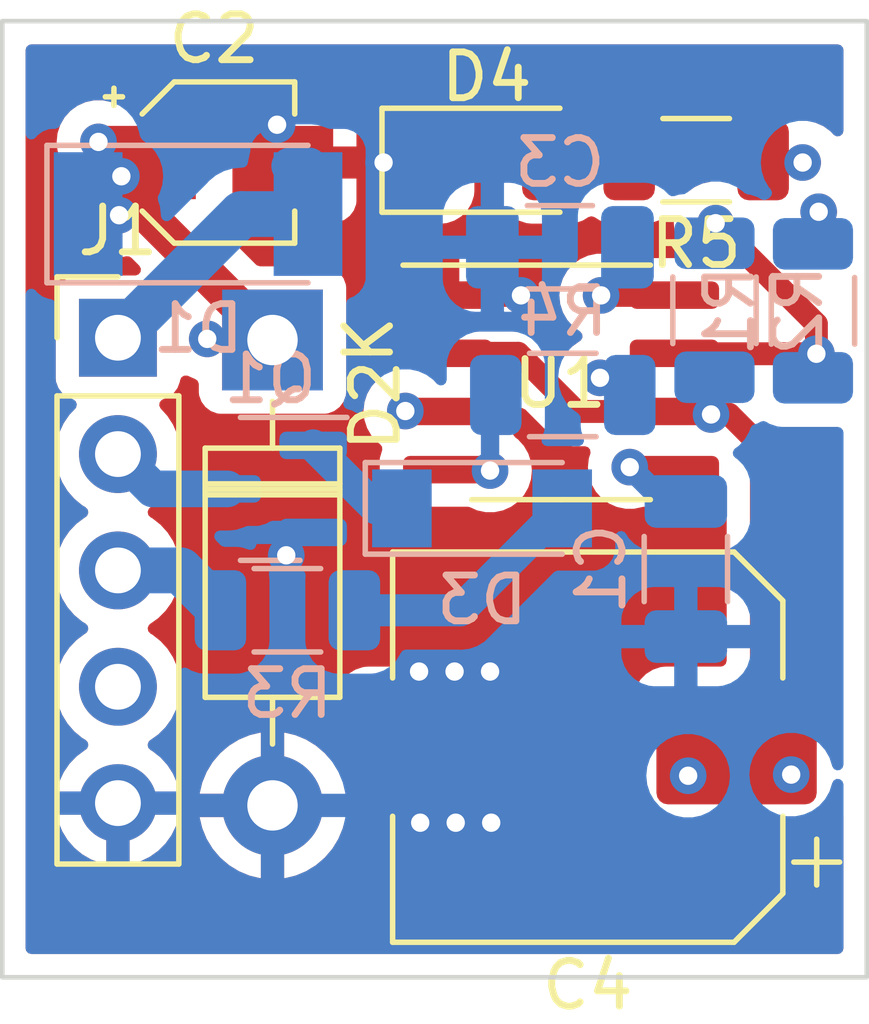
<source format=kicad_pcb>
(kicad_pcb (version 20211014) (generator pcbnew)
  (layers (0 "F.Cu" signal) (1 "In1.Cu" signal) (2 "In2.Cu" signal) (31 "B.Cu" signal) (34 "B.Paste" user) (35 "F.Paste" user) (36 "B.SilkS" user "B.Silkscreen") (37 "F.SilkS" user "F.Silkscreen") (38 "B.Mask" user) (39 "F.Mask" user) (44 "Edge.Cuts" user))
  (net 0 "")
  (net 1 "Net-(C1-Pad1)")
  (net 2 "GND")
  (net 3 "VCC")
  (net 4 "TR")
  (net 5 "+VDC")
  (net 6 "Net-(D3-Pad1)")
  (net 7 "Net-(D3-Pad2)")
  (net 8 "Net-(D4-Pad2)")
  (net 9 "O2")
  (net 10 "OUT")
  (net 11 "R")
  (net 12 "Net-(R1-Pad2)")
  (footprint "Package_SO:SOIC-8_3.9x4.9mm_P1.27mm" (layer "F.Cu") (at 156.05 74.8)
    (fp_text reference "U1" (at -0.025 0.025) (layer "F.SilkS"))
    (fp_text value "LM555xM")
    (fp_line (start 0 2.56) (end 1.95 2.56) (layer "F.SilkS") (width 0.12))
    (fp_line (start 0 2.56) (end -1.95 2.56) (layer "F.SilkS") (width 0.12))
    (fp_line (start 0 -2.56) (end -3.45 -2.56) (layer "F.SilkS") (width 0.12))
    (fp_line (start 0 -2.56) (end 1.95 -2.56) (layer "F.SilkS") (width 0.12))
    (pad "1" smd roundrect locked (at -2.475 -1.905) (size 1.95 0.6) (layers "F.Cu" "F.Paste" "F.Mask") (net 2 "GND"))
    (pad "2" smd roundrect locked (at -2.475 -0.635) (size 1.95 0.6) (layers "F.Cu" "F.Paste" "F.Mask") (net 4 "TR"))
    (pad "3" smd roundrect locked (at -2.475 0.635) (size 1.95 0.6) (layers "F.Cu" "F.Paste" "F.Mask") (net 10 "OUT"))
    (pad "4" smd roundrect locked (at -2.475 1.905) (size 1.95 0.6) (layers "F.Cu" "F.Paste" "F.Mask") (net 11 "R"))
    (pad "5" smd roundrect locked (at 2.475 1.905) (size 1.95 0.6) (layers "F.Cu" "F.Paste" "F.Mask") (net 1 "Net-(C1-Pad1)"))
    (pad "6" smd roundrect locked (at 2.475 0.635) (size 1.95 0.6) (layers "F.Cu" "F.Paste" "F.Mask") (net 4 "TR"))
    (pad "7" smd roundrect locked (at 2.475 -0.635) (size 1.95 0.6) (layers "F.Cu" "F.Paste" "F.Mask") (net 12 "Net-(R1-Pad2)"))
    (pad "8" smd roundrect locked (at 2.475 -1.905) (size 1.95 0.6) (layers "F.Cu" "F.Paste" "F.Mask") (net 3 "VCC"))
  )
  (footprint "LED_SMD:LED_1206_3216Metric" (layer "F.Cu") (at 154.425 69.95)
    (fp_text reference "D4" (at 0 -1.82) (layer "F.SilkS"))
    (fp_text value "LED")
    (fp_line (start -2.285 1.135) (end 1.6 1.135) (layer "F.SilkS") (width 0.12))
    (fp_line (start -2.285 -1.135) (end -2.285 1.135) (layer "F.SilkS") (width 0.12))
    (fp_line (start 1.6 -1.135) (end -2.285 -1.135) (layer "F.SilkS") (width 0.12))
    (pad "1" smd roundrect locked (at -1.4 0) (size 1.25 1.75) (layers "F.Cu" "F.Paste" "F.Mask") (roundrect_rratio 0.2) (net 2 "GND"))
    (pad "2" smd roundrect locked (at 1.4 0) (size 1.25 1.75) (layers "F.Cu" "F.Paste" "F.Mask") (roundrect_rratio 0.2) (net 8 "Net-(D4-Pad2)"))
  )
  (footprint "Resistor_SMD:R_1206_3216Metric" (layer "F.Cu") (at 159 69.95 180)
    (fp_text reference "R5" (at 0 -1.82) (layer "F.SilkS"))
    (fp_text value "R")
    (fp_line (start -0.727064 -0.91) (end 0.727064 -0.91) (layer "F.SilkS") (width 0.12))
    (fp_line (start -0.727064 0.91) (end 0.727064 0.91) (layer "F.SilkS") (width 0.12))
    (pad "1" smd roundrect locked (at -1.4625 0 180) (size 1.125 1.75) (layers "F.Cu" "F.Paste" "F.Mask") (roundrect_rratio 0.222222) (net 3 "VCC"))
    (pad "2" smd roundrect locked (at 1.4625 0 180) (size 1.125 1.75) (layers "F.Cu" "F.Paste" "F.Mask") (roundrect_rratio 0.222222) (net 8 "Net-(D4-Pad2)"))
  )
  (footprint "Capacitor_SMD:CP_Elec_8x10" (layer "F.Cu") (at 156.6325 82.7625 180)
    (fp_text reference "C4" (at 0 -5.2) (layer "F.SilkS"))
    (fp_text value "c")
    (fp_line (start 4.26 -4.26) (end 4.26 -1.51) (layer "F.SilkS") (width 0.12))
    (fp_line (start 4.26 4.26) (end 4.26 1.51) (layer "F.SilkS") (width 0.12))
    (fp_line (start -4.26 -3.195563) (end -3.195563 -4.26) (layer "F.SilkS") (width 0.12))
    (fp_line (start -5 -3.01) (end -5 -2.01) (layer "F.SilkS") (width 0.12))
    (fp_line (start -4.26 3.195563) (end -4.26 1.51) (layer "F.SilkS") (width 0.12))
    (fp_line (start -5.5 -2.51) (end -4.5 -2.51) (layer "F.SilkS") (width 0.12))
    (fp_line (start -4.26 -3.195563) (end -4.26 -1.51) (layer "F.SilkS") (width 0.12))
    (fp_line (start -3.195563 -4.26) (end 4.26 -4.26) (layer "F.SilkS") (width 0.12))
    (fp_line (start -4.26 3.195563) (end -3.195563 4.26) (layer "F.SilkS") (width 0.12))
    (fp_line (start -3.195563 4.26) (end 4.26 4.26) (layer "F.SilkS") (width 0.12))
    (pad "1" smd roundrect locked (at -3.25 0 180) (size 3.5 2.5) (layers "F.Cu" "F.Paste" "F.Mask") (roundrect_rratio 0.1) (net 4 "TR"))
    (pad "2" smd roundrect locked (at 3.25 0 180) (size 3.5 2.5) (layers "F.Cu" "F.Paste" "F.Mask") (roundrect_rratio 0.1) (net 2 "GND"))
  )
  (footprint "Capacitor_SMD:CP_Elec_3x5.3" (layer "F.Cu") (at 148.475 70)
    (fp_text reference "C2" (at 0 -2.7) (layer "F.SilkS"))
    (fp_text value "10uF")
    (fp_line (start -0.870563 -1.76) (end 1.76 -1.76) (layer "F.SilkS") (width 0.12))
    (fp_line (start -2.1875 -1.6225) (end -2.1875 -1.2475) (layer "F.SilkS") (width 0.12))
    (fp_line (start 1.76 -1.76) (end 1.76 -1.06) (layer "F.SilkS") (width 0.12))
    (fp_line (start -1.570563 -1.06) (end -0.870563 -1.76) (layer "F.SilkS") (width 0.12))
    (fp_line (start -0.870563 1.76) (end 1.76 1.76) (layer "F.SilkS") (width 0.12))
    (fp_line (start 1.76 1.76) (end 1.76 1.06) (layer "F.SilkS") (width 0.12))
    (fp_line (start -1.570563 1.06) (end -0.870563 1.76) (layer "F.SilkS") (width 0.12))
    (fp_line (start -2.375 -1.435) (end -2 -1.435) (layer "F.SilkS") (width 0.12))
    (pad "1" smd rect locked (at -1.5 0) (size 2.2 1.6) (layers "F.Cu" "F.Paste" "F.Mask") (net 3 "VCC"))
    (pad "2" smd rect locked (at 1.5 0) (size 2.2 1.6) (layers "F.Cu" "F.Paste" "F.Mask") (net 2 "GND"))
  )
  (footprint "Connector_PinHeader_2.54mm:PinHeader_1x05_P2.54mm_Vertical" (layer "F.Cu") (at 146.375 73.825)
    (fp_text reference "J1" (at 0 -2.33) (layer "F.SilkS"))
    (fp_text value "I/O")
    (fp_line (start 1.33 1.27) (end 1.33 11.49) (layer "F.SilkS") (width 0.12))
    (fp_line (start -1.33 0) (end -1.33 -1.33) (layer "F.SilkS") (width 0.12))
    (fp_line (start -1.33 -1.33) (end 0 -1.33) (layer "F.SilkS") (width 0.12))
    (fp_line (start -1.33 11.49) (end 1.33 11.49) (layer "F.SilkS") (width 0.12))
    (fp_line (start -1.33 1.27) (end 1.33 1.27) (layer "F.SilkS") (width 0.12))
    (fp_line (start -1.33 1.27) (end -1.33 11.49) (layer "F.SilkS") (width 0.12))
    (pad "1" thru_hole rect locked (at 0 0) (size 1.7 1.7) (drill 1) (layers *.Cu *.Mask) (net 5 "+VDC"))
    (pad "2" thru_hole oval locked (at 0 2.54) (size 1.7 1.7) (drill 1) (layers *.Cu *.Mask) (net 9 "O2"))
    (pad "3" thru_hole oval locked (at 0 5.08) (size 1.7 1.7) (drill 1) (layers *.Cu *.Mask) (net 10 "OUT"))
    (pad "4" thru_hole oval locked (at 0 7.62) (size 1.7 1.7) (drill 1) (layers *.Cu *.Mask) (net 11 "R"))
    (pad "5" thru_hole oval locked (at 0 10.16) (size 1.7 1.7) (drill 1) (layers *.Cu *.Mask) (net 2 "GND"))
  )
  (footprint "Diode_THT:D_DO-41_SOD81_P10.16mm_Horizontal" (layer "F.Cu") (at 149.75 73.875 -90)
    (fp_text reference "D2" (at 1.43 -2.245 90) (layer "F.SilkS"))
    (fp_text value "1N47xxA")
    (fp_text user "K" (at 0 -2.1 90) (layer "F.SilkS"))
    (fp_line (start 3.38 -1.47) (end 3.38 1.47) (layer "F.SilkS") (width 0.12))
    (fp_line (start 2.36 1.47) (end 7.8 1.47) (layer "F.SilkS") (width 0.12))
    (fp_line (start 3.14 -1.47) (end 3.14 1.47) (layer "F.SilkS") (width 0.12))
    (fp_line (start 3.26 -1.47) (end 3.26 1.47) (layer "F.SilkS") (width 0.12))
    (fp_line (start 1.34 0) (end 2.36 0) (layer "F.SilkS") (width 0.12))
    (fp_line (start 7.8 1.47) (end 7.8 -1.47) (layer "F.SilkS") (width 0.12))
    (fp_line (start 7.8 -1.47) (end 2.36 -1.47) (layer "F.SilkS") (width 0.12))
    (fp_line (start 8.82 0) (end 7.8 0) (layer "F.SilkS") (width 0.12))
    (fp_line (start 2.36 -1.47) (end 2.36 1.47) (layer "F.SilkS") (width 0.12))
    (pad "1" thru_hole rect locked (at 0 0 270) (size 2.2 2.2) (drill 1.1) (layers *.Cu *.Mask) (net 3 "VCC"))
    (pad "2" thru_hole oval locked (at 10.16 0 270) (size 2.2 2.2) (drill 1.1) (layers *.Cu *.Mask) (net 2 "GND"))
  )
  (footprint "Capacitor_SMD:C_1206_3216Metric" (layer "B.Cu") (at 158.775 78.875 -90)
    (fp_text reference "C1" (at 0 1.85 90) (layer "B.SilkS") (effects (justify mirror)))
    (fp_text value "0.1uF")
    (fp_line (start -0.711252 -0.91) (end 0.711252 -0.91) (layer "B.SilkS") (width 0.12))
    (fp_line (start -0.711252 0.91) (end 0.711252 0.91) (layer "B.SilkS") (width 0.12))
    (pad "1" smd roundrect locked (at -1.475 0 270) (size 1.15 1.8) (layers "B.Cu" "B.Paste" "B.Mask") (roundrect_rratio 0.217391) (net 1 "Net-(C1-Pad1)"))
    (pad "2" smd roundrect locked (at 1.475 0 270) (size 1.15 1.8) (layers "B.Cu" "B.Paste" "B.Mask") (roundrect_rratio 0.217391) (net 2 "GND"))
  )
  (footprint "Capacitor_SMD:C_1206_3216Metric" (layer "B.Cu") (at 156.024999 71.85 180)
    (fp_text reference "C3" (at 0 1.85) (layer "B.SilkS") (effects (justify mirror)))
    (fp_text value "0.1uF")
    (fp_line (start -0.711252 0.91) (end 0.711252 0.91) (layer "B.SilkS") (width 0.12))
    (fp_line (start -0.711252 -0.91) (end 0.711252 -0.91) (layer "B.SilkS") (width 0.12))
    (pad "1" smd roundrect locked (at -1.475 0 180) (size 1.15 1.8) (layers "B.Cu" "B.Paste" "B.Mask") (roundrect_rratio 0.217391) (net 3 "VCC"))
    (pad "2" smd roundrect locked (at 1.475 0 180) (size 1.15 1.8) (layers "B.Cu" "B.Paste" "B.Mask") (roundrect_rratio 0.217391) (net 2 "GND"))
  )
  (footprint "Resistor_SMD:R_1206_3216Metric" (layer "B.Cu") (at 156.0875 75.075 180)
    (fp_text reference "R4" (at 0 1.82) (layer "B.SilkS") (effects (justify mirror)))
    (fp_text value "R")
    (fp_line (start -0.727064 0.91) (end 0.727064 0.91) (layer "B.SilkS") (width 0.12))
    (fp_line (start -0.727064 -0.91) (end 0.727064 -0.91) (layer "B.SilkS") (width 0.12))
    (pad "1" smd roundrect locked (at -1.4625 0 180) (size 1.125 1.75) (layers "B.Cu" "B.Paste" "B.Mask") (roundrect_rratio 0.222222) (net 3 "VCC"))
    (pad "2" smd roundrect locked (at 1.4625 0 180) (size 1.125 1.75) (layers "B.Cu" "B.Paste" "B.Mask") (roundrect_rratio 0.222222) (net 11 "R"))
  )
  (footprint "Resistor_SMD:R_1206_3216Metric" (layer "B.Cu") (at 150.075 79.775)
    (fp_text reference "R3" (at 0 1.82) (layer "B.SilkS") (effects (justify mirror)))
    (fp_text value "R")
    (fp_line (start -0.727064 0.91) (end 0.727064 0.91) (layer "B.SilkS") (width 0.12))
    (fp_line (start -0.727064 -0.91) (end 0.727064 -0.91) (layer "B.SilkS") (width 0.12))
    (pad "1" smd roundrect locked (at -1.4625 0) (size 1.125 1.75) (layers "B.Cu" "B.Paste" "B.Mask") (roundrect_rratio 0.222222) (net 10 "OUT"))
    (pad "2" smd roundrect locked (at 1.4625 0) (size 1.125 1.75) (layers "B.Cu" "B.Paste" "B.Mask") (roundrect_rratio 0.222222) (net 7 "Net-(D3-Pad2)"))
  )
  (footprint "Diode_SMD:D_MELF" (layer "B.Cu") (at 148.125 71.125)
    (fp_text reference "D1" (at 0 2.5) (layer "B.SilkS") (effects (justify mirror)))
    (fp_text value "SM4007")
    (fp_line (start 2.4 1.5) (end -3.3 1.5) (layer "B.SilkS") (width 0.12))
    (fp_line (start -3.3 1.5) (end -3.3 -1.5) (layer "B.SilkS") (width 0.12))
    (fp_line (start -3.3 -1.5) (end 2.4 -1.5) (layer "B.SilkS") (width 0.12))
    (pad "1" smd rect locked (at -2.4 0) (size 1.5 2.7) (layers "B.Cu" "B.Paste" "B.Mask") (net 3 "VCC"))
    (pad "2" smd rect locked (at 2.4 0) (size 1.5 2.7) (layers "B.Cu" "B.Paste" "B.Mask") (net 5 "+VDC"))
  )
  (footprint "Diode_SMD:D_MiniMELF" (layer "B.Cu") (at 154.325 77.55)
    (fp_text reference "D3" (at 0 2) (layer "B.SilkS") (effects (justify mirror)))
    (fp_text value "LL4148")
    (fp_line (start 1.75 1) (end -2.55 1) (layer "B.SilkS") (width 0.12))
    (fp_line (start -2.55 1) (end -2.55 -1) (layer "B.SilkS") (width 0.12))
    (fp_line (start -2.55 -1) (end 1.75 -1) (layer "B.SilkS") (width 0.12))
    (pad "1" smd rect locked (at -1.75 0) (size 1.3 1.7) (layers "B.Cu" "B.Paste" "B.Mask") (net 6 "Net-(D3-Pad1)"))
    (pad "2" smd rect locked (at 1.75 0) (size 1.3 1.7) (layers "B.Cu" "B.Paste" "B.Mask") (net 7 "Net-(D3-Pad2)"))
  )
  (footprint "Resistor_SMD:R_1206_3216Metric" (layer "B.Cu") (at 159.4 73.225 90)
    (fp_text reference "R2" (at 0 1.82 90) (layer "B.SilkS") (effects (justify mirror)))
    (fp_text value "R")
    (fp_line (start -0.727064 -0.91) (end 0.727064 -0.91) (layer "B.SilkS") (width 0.12))
    (fp_line (start -0.727064 0.91) (end 0.727064 0.91) (layer "B.SilkS") (width 0.12))
    (pad "1" smd roundrect locked (at -1.4625 0 90) (size 1.125 1.75) (layers "B.Cu" "B.Paste" "B.Mask") (roundrect_rratio 0.222222) (net 4 "TR"))
    (pad "2" smd roundrect locked (at 1.4625 0 90) (size 1.125 1.75) (layers "B.Cu" "B.Paste" "B.Mask") (roundrect_rratio 0.222222) (net 12 "Net-(R1-Pad2)"))
  )
  (footprint "Resistor_SMD:R_1206_3216Metric" (layer "B.Cu") (at 161.55 73.2375 -90)
    (fp_text reference "R1" (at 0 1.82 90) (layer "B.SilkS") (effects (justify mirror)))
    (fp_text value "R")
    (fp_line (start -0.727064 -0.91) (end 0.727064 -0.91) (layer "B.SilkS") (width 0.12))
    (fp_line (start -0.727064 0.91) (end 0.727064 0.91) (layer "B.SilkS") (width 0.12))
    (pad "1" smd roundrect locked (at -1.4625 0 270) (size 1.125 1.75) (layers "B.Cu" "B.Paste" "B.Mask") (roundrect_rratio 0.222222) (net 3 "VCC"))
    (pad "2" smd roundrect locked (at 1.4625 0 270) (size 1.125 1.75) (layers "B.Cu" "B.Paste" "B.Mask") (roundrect_rratio 0.222222) (net 12 "Net-(R1-Pad2)"))
  )
  (footprint "Package_TO_SOT_SMD:SOT-23" (layer "B.Cu") (at 149.7 77.125 180)
    (fp_text reference "Q1" (at 0 2.4) (layer "B.SilkS") (effects (justify mirror)))
    (fp_text value "MMBT3904")
    (fp_line (start 0 1.56) (end -1.675 1.56) (layer "B.SilkS") (width 0.12))
    (fp_line (start 0 -1.56) (end -0.65 -1.56) (layer "B.SilkS") (width 0.12))
    (fp_line (start 0 1.56) (end 0.65 1.56) (layer "B.SilkS") (width 0.12))
    (fp_line (start 0 -1.56) (end 0.65 -1.56) (layer "B.SilkS") (width 0.12))
    (pad "1" smd roundrect locked (at -0.9375 0.95 180) (size 1.475 0.6) (layers "B.Cu" "B.Paste" "B.Mask") (net 6 "Net-(D3-Pad1)"))
    (pad "2" smd roundrect locked (at -0.9375 -0.95 180) (size 1.475 0.6) (layers "B.Cu" "B.Paste" "B.Mask") (net 2 "GND"))
    (pad "3" smd roundrect locked (at 0.9375 0 180) (size 1.475 0.6) (layers "B.Cu" "B.Paste" "B.Mask") (net 9 "O2"))
  )
  (gr_rect (start 143.85 87.7875) (end 162.725 66.9125) (layer "Edge.Cuts") (width 0.1) (fill none))
  (via (at 157.55 76.65) (size 0.8) (drill 0.4) (layers "F.Cu" "B.Cu") (net 1))
  (segment (start 158.3 77.4) (end 157.55 76.65) (width 0.5) (layer "B.Cu") (net 1))
  (segment (start 158.775 77.4) (end 158.3 77.4) (width 0.5) (layer "B.Cu") (net 1))
  (segment (start 152.95 81.1125) (end 152.95 84.3875) (width 0.7) (layer "F.Cu") (net 2))
  (segment (start 152.975 70) (end 153.025 69.95) (width 0.7) (layer "F.Cu") (net 2))
  (segment (start 155.175 72.9) (end 153.58 72.9) (width 0.5) (layer "F.Cu") (net 2))
  (segment (start 153.725 84.3875) (end 153.75 84.4125) (width 0.7) (layer "F.Cu") (net 2))
  (segment (start 153.725 81.1125) (end 153.725 84.3875) (width 0.7) (layer "F.Cu") (net 2))
  (segment (start 154.5 84.3875) (end 154.525 84.4125) (width 0.7) (layer "F.Cu") (net 2))
  (segment (start 153.58 72.9) (end 153.575 72.895) (width 0.5) (layer "F.Cu") (net 2))
  (segment (start 154.5 81.1125) (end 154.5 84.3875) (width 0.7) (layer "F.Cu") (net 2))
  (segment (start 152.95 84.3875) (end 152.975 84.4125) (width 0.7) (layer "F.Cu") (net 2))
  (segment (start 149.975 70) (end 152.975 70) (width 0.7) (layer "F.Cu") (net 2))
  (via (at 154.525 84.4125) (size 0.8) (drill 0.4) (layers "F.Cu" "B.Cu") (net 2))
  (via (at 152.975 84.4125) (size 0.8) (drill 0.4) (layers "F.Cu" "B.Cu") (net 2))
  (via (at 153.725 81.1125) (size 0.8) (drill 0.4) (layers "F.Cu" "B.Cu") (net 2))
  (via (at 152.95 81.1125) (size 0.8) (drill 0.4) (layers "F.Cu" "B.Cu") (net 2))
  (via (at 153.75 84.4125) (size 0.8) (drill 0.4) (layers "F.Cu" "B.Cu") (net 2))
  (via (at 150.05 78.575) (size 0.8) (drill 0.4) (layers "F.Cu" "B.Cu") (net 2))
  (via (at 152.175 70) (size 0.8) (drill 0.4) (layers "F.Cu" "B.Cu") (net 2))
  (via (at 155.175 72.9) (size 0.8) (drill 0.4) (layers "F.Cu" "B.Cu") (net 2))
  (via (at 154.5 81.1125) (size 0.8) (drill 0.4) (layers "F.Cu" "B.Cu") (net 2))
  (via (at 149.85 69.175) (size 0.8) (drill 0.4) (layers "F.Cu" "B.Cu") (net 2))
  (segment (start 146.975 71.1) (end 146.975 70.7) (width 0.8) (layer "F.Cu") (net 3))
  (segment (start 156.925 72.9) (end 158.52 72.9) (width 0.5) (layer "F.Cu") (net 3))
  (segment (start 149.75 73.875) (end 146.975 71.1) (width 0.8) (layer "F.Cu") (net 3))
  (segment (start 158.52 72.9) (end 158.525 72.895) (width 0.5) (layer "F.Cu") (net 3))
  (segment (start 146.975 70.7) (end 146.975 70) (width 0.8) (layer "F.Cu") (net 3))
  (via (at 146.4 71.15) (size 0.8) (drill 0.4) (layers "F.Cu" "B.Cu") (net 3))
  (via (at 148.325 73.85) (size 0.8) (drill 0.4) (layers "F.Cu" "B.Cu") (net 3))
  (via (at 161.325 70) (size 0.8) (drill 0.4) (layers "F.Cu" "B.Cu") (net 3))
  (via (at 161.675 71.075) (size 0.8) (drill 0.4) (layers "F.Cu" "B.Cu") (net 3))
  (via (at 146.45 70.3) (size 0.8) (drill 0.4) (layers "F.Cu" "B.Cu") (net 3))
  (via (at 156.925 72.9) (size 0.8) (drill 0.4) (layers "F.Cu" "B.Cu") (net 3))
  (via (at 145.95 69.55) (size 0.8) (drill 0.4) (layers "F.Cu" "B.Cu") (net 3))
  (via (at 156.9 74.7) (size 0.8) (drill 0.4) (layers "F.Cu" "B.Cu") (net 3))
  (segment (start 153.575 74.165) (end 155.115 74.165) (width 0.5) (layer "F.Cu") (net 4))
  (segment (start 159.325 75.5) (end 159.725 75.5) (width 0.5) (layer "F.Cu") (net 4))
  (segment (start 160.425 82.22) (end 159.8825 82.7625) (width 0.5) (layer "F.Cu") (net 4))
  (segment (start 155.115 74.165) (end 156.385 75.435) (width 0.5) (layer "F.Cu") (net 4))
  (segment (start 160.425 76.2) (end 160.425 82.22) (width 0.5) (layer "F.Cu") (net 4))
  (segment (start 156.385 75.435) (end 158.525 75.435) (width 0.5) (layer "F.Cu") (net 4))
  (segment (start 159.725 75.5) (end 160.425 76.2) (width 0.5) (layer "F.Cu") (net 4))
  (via (at 159.325 75.5) (size 0.8) (drill 0.4) (layers "F.Cu" "B.Cu") (net 4))
  (via (at 158.825 83.3875) (size 0.8) (drill 0.4) (layers "F.Cu" "B.Cu") (net 4))
  (via (at 161.075 83.3625) (size 0.8) (drill 0.4) (layers "F.Cu" "B.Cu") (net 4))
  (segment (start 150.125 70.075) (end 150.55 70.075) (width 0.8) (layer "B.Cu") (net 5))
  (segment (start 146.375 73.825) (end 149.075 71.125) (width 1) (layer "B.Cu") (net 5))
  (segment (start 149.075 71.125) (end 150.525 71.125) (width 1) (layer "B.Cu") (net 5))
  (segment (start 152.575 77.55) (end 152.0125 77.55) (width 0.7) (layer "B.Cu") (net 6))
  (segment (start 152.0125 77.55) (end 150.6375 76.175) (width 0.7) (layer "B.Cu") (net 6))
  (segment (start 151.5375 79.775) (end 153.85 79.775) (width 0.7) (layer "B.Cu") (net 7))
  (segment (start 153.85 79.775) (end 156.075 77.55) (width 0.7) (layer "B.Cu") (net 7))
  (segment (start 155.825 69.95) (end 157.5375 69.95) (width 0.7) (layer "F.Cu") (net 8))
  (segment (start 147.135 77.125) (end 146.375 76.365) (width 0.8) (layer "B.Cu") (net 9))
  (segment (start 148.7625 77.125) (end 147.135 77.125) (width 0.8) (layer "B.Cu") (net 9))
  (via (at 152.65 75.425) (size 0.8) (drill 0.4) (layers "F.Cu" "B.Cu") (net 10))
  (segment (start 146.375 78.905) (end 147.7425 78.905) (width 1) (layer "B.Cu") (net 10))
  (segment (start 147.7425 78.905) (end 148.6125 79.775) (width 1) (layer "B.Cu") (net 10))
  (via (at 154.5 76.725) (size 0.8) (drill 0.4) (layers "F.Cu" "B.Cu") (net 11))
  (segment (start 154.5 75.2) (end 154.625 75.075) (width 0.4) (layer "B.Cu") (net 11))
  (segment (start 154.5 76.725) (end 154.5 75.2) (width 0.4) (layer "B.Cu") (net 11))
  (segment (start 161.625 74.175) (end 158.535 74.175) (width 0.5) (layer "F.Cu") (net 12))
  (segment (start 161.625 73.525) (end 161.625 74.175) (width 0.5) (layer "F.Cu") (net 12))
  (segment (start 159.425 71.325) (end 161.625 73.525) (width 0.5) (layer "F.Cu") (net 12))
  (segment (start 158.535 74.175) (end 158.525 74.165) (width 0.5) (layer "F.Cu") (net 12))
  (via (at 159.425 71.325) (size 0.8) (drill 0.4) (layers "F.Cu" "B.Cu") (net 12))
  (via (at 161.625 74.175) (size 0.8) (drill 0.4) (layers "F.Cu" "B.Cu") (net 12))
  (zone (net 2) (net_name "GND") (layers F&B.Cu) (connect_pads (clearance 0.508)) (min_thickness 0.254) (fill yes (thermal_gap 0.508) (thermal_bridge_width 0.508))
    (polygon (pts (xy 162.725 66.975) (xy 162.725 87.825) (xy 143.85 87.825) (xy 143.85 66.95)))
  )
)
</source>
